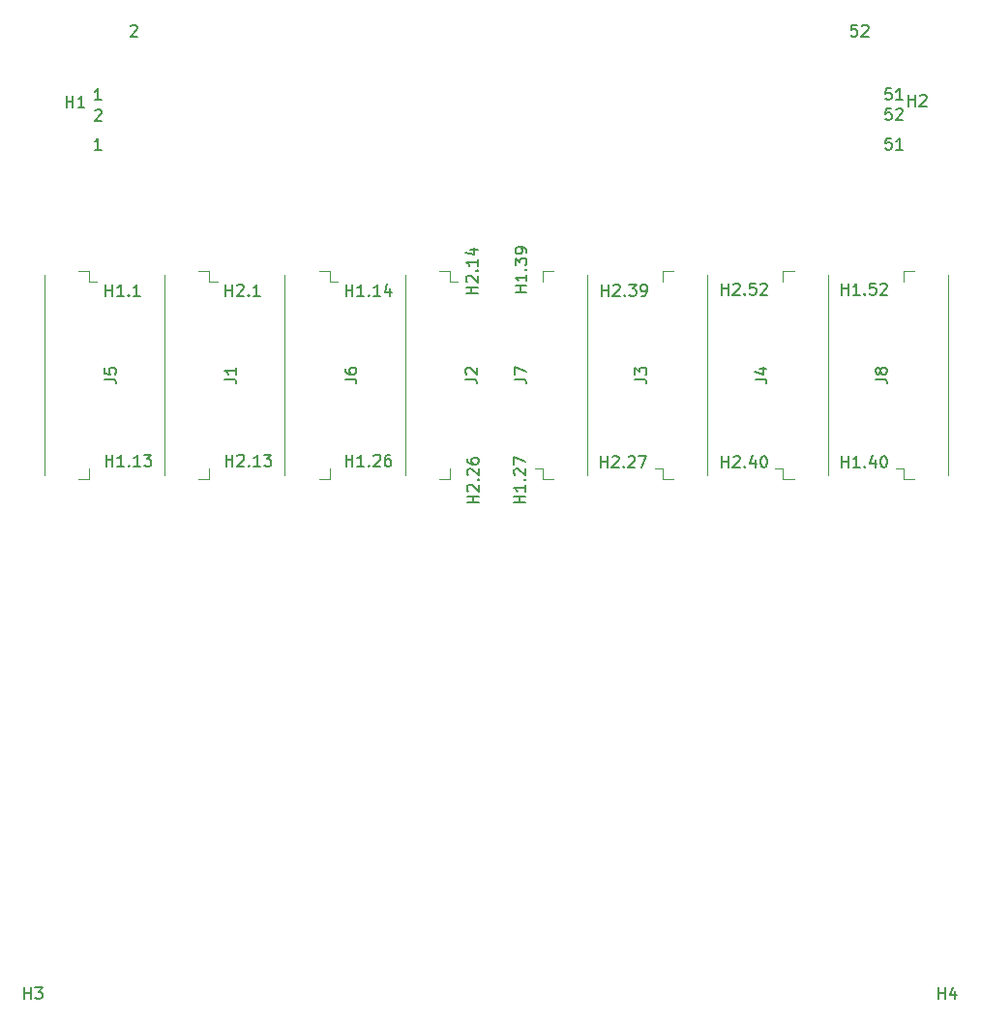
<source format=gto>
G04 #@! TF.GenerationSoftware,KiCad,Pcbnew,7.0.9-1.fc38*
G04 #@! TF.CreationDate,2023-11-17T02:46:57-03:00*
G04 #@! TF.ProjectId,pc104-adapter-bottom,70633130-342d-4616-9461-707465722d62,v2.1*
G04 #@! TF.SameCoordinates,Original*
G04 #@! TF.FileFunction,Legend,Top*
G04 #@! TF.FilePolarity,Positive*
%FSLAX46Y46*%
G04 Gerber Fmt 4.6, Leading zero omitted, Abs format (unit mm)*
G04 Created by KiCad (PCBNEW 7.0.9-1.fc38) date 2023-11-17 02:46:57*
%MOMM*%
%LPD*%
G01*
G04 APERTURE LIST*
%ADD10C,0.160000*%
%ADD11C,0.150000*%
%ADD12C,0.120000*%
G04 APERTURE END LIST*
D10*
X166747619Y-75054299D02*
X166747619Y-74054299D01*
X166747619Y-74530489D02*
X167319047Y-74530489D01*
X167319047Y-75054299D02*
X167319047Y-74054299D01*
X167747619Y-74149537D02*
X167795238Y-74101918D01*
X167795238Y-74101918D02*
X167890476Y-74054299D01*
X167890476Y-74054299D02*
X168128571Y-74054299D01*
X168128571Y-74054299D02*
X168223809Y-74101918D01*
X168223809Y-74101918D02*
X168271428Y-74149537D01*
X168271428Y-74149537D02*
X168319047Y-74244775D01*
X168319047Y-74244775D02*
X168319047Y-74340013D01*
X168319047Y-74340013D02*
X168271428Y-74482870D01*
X168271428Y-74482870D02*
X167700000Y-75054299D01*
X167700000Y-75054299D02*
X168319047Y-75054299D01*
X168747619Y-74959060D02*
X168795238Y-75006680D01*
X168795238Y-75006680D02*
X168747619Y-75054299D01*
X168747619Y-75054299D02*
X168700000Y-75006680D01*
X168700000Y-75006680D02*
X168747619Y-74959060D01*
X168747619Y-74959060D02*
X168747619Y-75054299D01*
X169699999Y-74054299D02*
X169223809Y-74054299D01*
X169223809Y-74054299D02*
X169176190Y-74530489D01*
X169176190Y-74530489D02*
X169223809Y-74482870D01*
X169223809Y-74482870D02*
X169319047Y-74435251D01*
X169319047Y-74435251D02*
X169557142Y-74435251D01*
X169557142Y-74435251D02*
X169652380Y-74482870D01*
X169652380Y-74482870D02*
X169699999Y-74530489D01*
X169699999Y-74530489D02*
X169747618Y-74625727D01*
X169747618Y-74625727D02*
X169747618Y-74863822D01*
X169747618Y-74863822D02*
X169699999Y-74959060D01*
X169699999Y-74959060D02*
X169652380Y-75006680D01*
X169652380Y-75006680D02*
X169557142Y-75054299D01*
X169557142Y-75054299D02*
X169319047Y-75054299D01*
X169319047Y-75054299D02*
X169223809Y-75006680D01*
X169223809Y-75006680D02*
X169176190Y-74959060D01*
X170128571Y-74149537D02*
X170176190Y-74101918D01*
X170176190Y-74101918D02*
X170271428Y-74054299D01*
X170271428Y-74054299D02*
X170509523Y-74054299D01*
X170509523Y-74054299D02*
X170604761Y-74101918D01*
X170604761Y-74101918D02*
X170652380Y-74149537D01*
X170652380Y-74149537D02*
X170699999Y-74244775D01*
X170699999Y-74244775D02*
X170699999Y-74340013D01*
X170699999Y-74340013D02*
X170652380Y-74482870D01*
X170652380Y-74482870D02*
X170080952Y-75054299D01*
X170080952Y-75054299D02*
X170699999Y-75054299D01*
X145354299Y-74952380D02*
X144354299Y-74952380D01*
X144830489Y-74952380D02*
X144830489Y-74380952D01*
X145354299Y-74380952D02*
X144354299Y-74380952D01*
X144449537Y-73952380D02*
X144401918Y-73904761D01*
X144401918Y-73904761D02*
X144354299Y-73809523D01*
X144354299Y-73809523D02*
X144354299Y-73571428D01*
X144354299Y-73571428D02*
X144401918Y-73476190D01*
X144401918Y-73476190D02*
X144449537Y-73428571D01*
X144449537Y-73428571D02*
X144544775Y-73380952D01*
X144544775Y-73380952D02*
X144640013Y-73380952D01*
X144640013Y-73380952D02*
X144782870Y-73428571D01*
X144782870Y-73428571D02*
X145354299Y-73999999D01*
X145354299Y-73999999D02*
X145354299Y-73380952D01*
X145259060Y-72952380D02*
X145306680Y-72904761D01*
X145306680Y-72904761D02*
X145354299Y-72952380D01*
X145354299Y-72952380D02*
X145306680Y-72999999D01*
X145306680Y-72999999D02*
X145259060Y-72952380D01*
X145259060Y-72952380D02*
X145354299Y-72952380D01*
X145354299Y-71952381D02*
X145354299Y-72523809D01*
X145354299Y-72238095D02*
X144354299Y-72238095D01*
X144354299Y-72238095D02*
X144497156Y-72333333D01*
X144497156Y-72333333D02*
X144592394Y-72428571D01*
X144592394Y-72428571D02*
X144640013Y-72523809D01*
X144687632Y-71095238D02*
X145354299Y-71095238D01*
X144306680Y-71333333D02*
X145020965Y-71571428D01*
X145020965Y-71571428D02*
X145020965Y-70952381D01*
X133847619Y-90054299D02*
X133847619Y-89054299D01*
X133847619Y-89530489D02*
X134419047Y-89530489D01*
X134419047Y-90054299D02*
X134419047Y-89054299D01*
X135419047Y-90054299D02*
X134847619Y-90054299D01*
X135133333Y-90054299D02*
X135133333Y-89054299D01*
X135133333Y-89054299D02*
X135038095Y-89197156D01*
X135038095Y-89197156D02*
X134942857Y-89292394D01*
X134942857Y-89292394D02*
X134847619Y-89340013D01*
X135847619Y-89959060D02*
X135895238Y-90006680D01*
X135895238Y-90006680D02*
X135847619Y-90054299D01*
X135847619Y-90054299D02*
X135800000Y-90006680D01*
X135800000Y-90006680D02*
X135847619Y-89959060D01*
X135847619Y-89959060D02*
X135847619Y-90054299D01*
X136276190Y-89149537D02*
X136323809Y-89101918D01*
X136323809Y-89101918D02*
X136419047Y-89054299D01*
X136419047Y-89054299D02*
X136657142Y-89054299D01*
X136657142Y-89054299D02*
X136752380Y-89101918D01*
X136752380Y-89101918D02*
X136799999Y-89149537D01*
X136799999Y-89149537D02*
X136847618Y-89244775D01*
X136847618Y-89244775D02*
X136847618Y-89340013D01*
X136847618Y-89340013D02*
X136799999Y-89482870D01*
X136799999Y-89482870D02*
X136228571Y-90054299D01*
X136228571Y-90054299D02*
X136847618Y-90054299D01*
X137704761Y-89054299D02*
X137514285Y-89054299D01*
X137514285Y-89054299D02*
X137419047Y-89101918D01*
X137419047Y-89101918D02*
X137371428Y-89149537D01*
X137371428Y-89149537D02*
X137276190Y-89292394D01*
X137276190Y-89292394D02*
X137228571Y-89482870D01*
X137228571Y-89482870D02*
X137228571Y-89863822D01*
X137228571Y-89863822D02*
X137276190Y-89959060D01*
X137276190Y-89959060D02*
X137323809Y-90006680D01*
X137323809Y-90006680D02*
X137419047Y-90054299D01*
X137419047Y-90054299D02*
X137609523Y-90054299D01*
X137609523Y-90054299D02*
X137704761Y-90006680D01*
X137704761Y-90006680D02*
X137752380Y-89959060D01*
X137752380Y-89959060D02*
X137799999Y-89863822D01*
X137799999Y-89863822D02*
X137799999Y-89625727D01*
X137799999Y-89625727D02*
X137752380Y-89530489D01*
X137752380Y-89530489D02*
X137704761Y-89482870D01*
X137704761Y-89482870D02*
X137609523Y-89435251D01*
X137609523Y-89435251D02*
X137419047Y-89435251D01*
X137419047Y-89435251D02*
X137323809Y-89482870D01*
X137323809Y-89482870D02*
X137276190Y-89530489D01*
X137276190Y-89530489D02*
X137228571Y-89625727D01*
X123347619Y-90054299D02*
X123347619Y-89054299D01*
X123347619Y-89530489D02*
X123919047Y-89530489D01*
X123919047Y-90054299D02*
X123919047Y-89054299D01*
X124347619Y-89149537D02*
X124395238Y-89101918D01*
X124395238Y-89101918D02*
X124490476Y-89054299D01*
X124490476Y-89054299D02*
X124728571Y-89054299D01*
X124728571Y-89054299D02*
X124823809Y-89101918D01*
X124823809Y-89101918D02*
X124871428Y-89149537D01*
X124871428Y-89149537D02*
X124919047Y-89244775D01*
X124919047Y-89244775D02*
X124919047Y-89340013D01*
X124919047Y-89340013D02*
X124871428Y-89482870D01*
X124871428Y-89482870D02*
X124300000Y-90054299D01*
X124300000Y-90054299D02*
X124919047Y-90054299D01*
X125347619Y-89959060D02*
X125395238Y-90006680D01*
X125395238Y-90006680D02*
X125347619Y-90054299D01*
X125347619Y-90054299D02*
X125300000Y-90006680D01*
X125300000Y-90006680D02*
X125347619Y-89959060D01*
X125347619Y-89959060D02*
X125347619Y-90054299D01*
X126347618Y-90054299D02*
X125776190Y-90054299D01*
X126061904Y-90054299D02*
X126061904Y-89054299D01*
X126061904Y-89054299D02*
X125966666Y-89197156D01*
X125966666Y-89197156D02*
X125871428Y-89292394D01*
X125871428Y-89292394D02*
X125776190Y-89340013D01*
X126680952Y-89054299D02*
X127299999Y-89054299D01*
X127299999Y-89054299D02*
X126966666Y-89435251D01*
X126966666Y-89435251D02*
X127109523Y-89435251D01*
X127109523Y-89435251D02*
X127204761Y-89482870D01*
X127204761Y-89482870D02*
X127252380Y-89530489D01*
X127252380Y-89530489D02*
X127299999Y-89625727D01*
X127299999Y-89625727D02*
X127299999Y-89863822D01*
X127299999Y-89863822D02*
X127252380Y-89959060D01*
X127252380Y-89959060D02*
X127204761Y-90006680D01*
X127204761Y-90006680D02*
X127109523Y-90054299D01*
X127109523Y-90054299D02*
X126823809Y-90054299D01*
X126823809Y-90054299D02*
X126728571Y-90006680D01*
X126728571Y-90006680D02*
X126680952Y-89959060D01*
X149554299Y-93252380D02*
X148554299Y-93252380D01*
X149030489Y-93252380D02*
X149030489Y-92680952D01*
X149554299Y-92680952D02*
X148554299Y-92680952D01*
X149554299Y-91680952D02*
X149554299Y-92252380D01*
X149554299Y-91966666D02*
X148554299Y-91966666D01*
X148554299Y-91966666D02*
X148697156Y-92061904D01*
X148697156Y-92061904D02*
X148792394Y-92157142D01*
X148792394Y-92157142D02*
X148840013Y-92252380D01*
X149459060Y-91252380D02*
X149506680Y-91204761D01*
X149506680Y-91204761D02*
X149554299Y-91252380D01*
X149554299Y-91252380D02*
X149506680Y-91299999D01*
X149506680Y-91299999D02*
X149459060Y-91252380D01*
X149459060Y-91252380D02*
X149554299Y-91252380D01*
X148649537Y-90823809D02*
X148601918Y-90776190D01*
X148601918Y-90776190D02*
X148554299Y-90680952D01*
X148554299Y-90680952D02*
X148554299Y-90442857D01*
X148554299Y-90442857D02*
X148601918Y-90347619D01*
X148601918Y-90347619D02*
X148649537Y-90300000D01*
X148649537Y-90300000D02*
X148744775Y-90252381D01*
X148744775Y-90252381D02*
X148840013Y-90252381D01*
X148840013Y-90252381D02*
X148982870Y-90300000D01*
X148982870Y-90300000D02*
X149554299Y-90871428D01*
X149554299Y-90871428D02*
X149554299Y-90252381D01*
X148554299Y-89919047D02*
X148554299Y-89252381D01*
X148554299Y-89252381D02*
X149554299Y-89680952D01*
X156247619Y-75154299D02*
X156247619Y-74154299D01*
X156247619Y-74630489D02*
X156819047Y-74630489D01*
X156819047Y-75154299D02*
X156819047Y-74154299D01*
X157247619Y-74249537D02*
X157295238Y-74201918D01*
X157295238Y-74201918D02*
X157390476Y-74154299D01*
X157390476Y-74154299D02*
X157628571Y-74154299D01*
X157628571Y-74154299D02*
X157723809Y-74201918D01*
X157723809Y-74201918D02*
X157771428Y-74249537D01*
X157771428Y-74249537D02*
X157819047Y-74344775D01*
X157819047Y-74344775D02*
X157819047Y-74440013D01*
X157819047Y-74440013D02*
X157771428Y-74582870D01*
X157771428Y-74582870D02*
X157200000Y-75154299D01*
X157200000Y-75154299D02*
X157819047Y-75154299D01*
X158247619Y-75059060D02*
X158295238Y-75106680D01*
X158295238Y-75106680D02*
X158247619Y-75154299D01*
X158247619Y-75154299D02*
X158200000Y-75106680D01*
X158200000Y-75106680D02*
X158247619Y-75059060D01*
X158247619Y-75059060D02*
X158247619Y-75154299D01*
X158628571Y-74154299D02*
X159247618Y-74154299D01*
X159247618Y-74154299D02*
X158914285Y-74535251D01*
X158914285Y-74535251D02*
X159057142Y-74535251D01*
X159057142Y-74535251D02*
X159152380Y-74582870D01*
X159152380Y-74582870D02*
X159199999Y-74630489D01*
X159199999Y-74630489D02*
X159247618Y-74725727D01*
X159247618Y-74725727D02*
X159247618Y-74963822D01*
X159247618Y-74963822D02*
X159199999Y-75059060D01*
X159199999Y-75059060D02*
X159152380Y-75106680D01*
X159152380Y-75106680D02*
X159057142Y-75154299D01*
X159057142Y-75154299D02*
X158771428Y-75154299D01*
X158771428Y-75154299D02*
X158676190Y-75106680D01*
X158676190Y-75106680D02*
X158628571Y-75059060D01*
X159723809Y-75154299D02*
X159914285Y-75154299D01*
X159914285Y-75154299D02*
X160009523Y-75106680D01*
X160009523Y-75106680D02*
X160057142Y-75059060D01*
X160057142Y-75059060D02*
X160152380Y-74916203D01*
X160152380Y-74916203D02*
X160199999Y-74725727D01*
X160199999Y-74725727D02*
X160199999Y-74344775D01*
X160199999Y-74344775D02*
X160152380Y-74249537D01*
X160152380Y-74249537D02*
X160104761Y-74201918D01*
X160104761Y-74201918D02*
X160009523Y-74154299D01*
X160009523Y-74154299D02*
X159819047Y-74154299D01*
X159819047Y-74154299D02*
X159723809Y-74201918D01*
X159723809Y-74201918D02*
X159676190Y-74249537D01*
X159676190Y-74249537D02*
X159628571Y-74344775D01*
X159628571Y-74344775D02*
X159628571Y-74582870D01*
X159628571Y-74582870D02*
X159676190Y-74678108D01*
X159676190Y-74678108D02*
X159723809Y-74725727D01*
X159723809Y-74725727D02*
X159819047Y-74773346D01*
X159819047Y-74773346D02*
X160009523Y-74773346D01*
X160009523Y-74773346D02*
X160104761Y-74725727D01*
X160104761Y-74725727D02*
X160152380Y-74678108D01*
X160152380Y-74678108D02*
X160199999Y-74582870D01*
X112823810Y-75154299D02*
X112823810Y-74154299D01*
X112823810Y-74630489D02*
X113395238Y-74630489D01*
X113395238Y-75154299D02*
X113395238Y-74154299D01*
X114395238Y-75154299D02*
X113823810Y-75154299D01*
X114109524Y-75154299D02*
X114109524Y-74154299D01*
X114109524Y-74154299D02*
X114014286Y-74297156D01*
X114014286Y-74297156D02*
X113919048Y-74392394D01*
X113919048Y-74392394D02*
X113823810Y-74440013D01*
X114823810Y-75059060D02*
X114871429Y-75106680D01*
X114871429Y-75106680D02*
X114823810Y-75154299D01*
X114823810Y-75154299D02*
X114776191Y-75106680D01*
X114776191Y-75106680D02*
X114823810Y-75059060D01*
X114823810Y-75059060D02*
X114823810Y-75154299D01*
X115823809Y-75154299D02*
X115252381Y-75154299D01*
X115538095Y-75154299D02*
X115538095Y-74154299D01*
X115538095Y-74154299D02*
X115442857Y-74297156D01*
X115442857Y-74297156D02*
X115347619Y-74392394D01*
X115347619Y-74392394D02*
X115252381Y-74440013D01*
X177247619Y-90154299D02*
X177247619Y-89154299D01*
X177247619Y-89630489D02*
X177819047Y-89630489D01*
X177819047Y-90154299D02*
X177819047Y-89154299D01*
X178819047Y-90154299D02*
X178247619Y-90154299D01*
X178533333Y-90154299D02*
X178533333Y-89154299D01*
X178533333Y-89154299D02*
X178438095Y-89297156D01*
X178438095Y-89297156D02*
X178342857Y-89392394D01*
X178342857Y-89392394D02*
X178247619Y-89440013D01*
X179247619Y-90059060D02*
X179295238Y-90106680D01*
X179295238Y-90106680D02*
X179247619Y-90154299D01*
X179247619Y-90154299D02*
X179200000Y-90106680D01*
X179200000Y-90106680D02*
X179247619Y-90059060D01*
X179247619Y-90059060D02*
X179247619Y-90154299D01*
X180152380Y-89487632D02*
X180152380Y-90154299D01*
X179914285Y-89106680D02*
X179676190Y-89820965D01*
X179676190Y-89820965D02*
X180295237Y-89820965D01*
X180866666Y-89154299D02*
X180961904Y-89154299D01*
X180961904Y-89154299D02*
X181057142Y-89201918D01*
X181057142Y-89201918D02*
X181104761Y-89249537D01*
X181104761Y-89249537D02*
X181152380Y-89344775D01*
X181152380Y-89344775D02*
X181199999Y-89535251D01*
X181199999Y-89535251D02*
X181199999Y-89773346D01*
X181199999Y-89773346D02*
X181152380Y-89963822D01*
X181152380Y-89963822D02*
X181104761Y-90059060D01*
X181104761Y-90059060D02*
X181057142Y-90106680D01*
X181057142Y-90106680D02*
X180961904Y-90154299D01*
X180961904Y-90154299D02*
X180866666Y-90154299D01*
X180866666Y-90154299D02*
X180771428Y-90106680D01*
X180771428Y-90106680D02*
X180723809Y-90059060D01*
X180723809Y-90059060D02*
X180676190Y-89963822D01*
X180676190Y-89963822D02*
X180628571Y-89773346D01*
X180628571Y-89773346D02*
X180628571Y-89535251D01*
X180628571Y-89535251D02*
X180676190Y-89344775D01*
X180676190Y-89344775D02*
X180723809Y-89249537D01*
X180723809Y-89249537D02*
X180771428Y-89201918D01*
X180771428Y-89201918D02*
X180866666Y-89154299D01*
X112847619Y-90054299D02*
X112847619Y-89054299D01*
X112847619Y-89530489D02*
X113419047Y-89530489D01*
X113419047Y-90054299D02*
X113419047Y-89054299D01*
X114419047Y-90054299D02*
X113847619Y-90054299D01*
X114133333Y-90054299D02*
X114133333Y-89054299D01*
X114133333Y-89054299D02*
X114038095Y-89197156D01*
X114038095Y-89197156D02*
X113942857Y-89292394D01*
X113942857Y-89292394D02*
X113847619Y-89340013D01*
X114847619Y-89959060D02*
X114895238Y-90006680D01*
X114895238Y-90006680D02*
X114847619Y-90054299D01*
X114847619Y-90054299D02*
X114800000Y-90006680D01*
X114800000Y-90006680D02*
X114847619Y-89959060D01*
X114847619Y-89959060D02*
X114847619Y-90054299D01*
X115847618Y-90054299D02*
X115276190Y-90054299D01*
X115561904Y-90054299D02*
X115561904Y-89054299D01*
X115561904Y-89054299D02*
X115466666Y-89197156D01*
X115466666Y-89197156D02*
X115371428Y-89292394D01*
X115371428Y-89292394D02*
X115276190Y-89340013D01*
X116180952Y-89054299D02*
X116799999Y-89054299D01*
X116799999Y-89054299D02*
X116466666Y-89435251D01*
X116466666Y-89435251D02*
X116609523Y-89435251D01*
X116609523Y-89435251D02*
X116704761Y-89482870D01*
X116704761Y-89482870D02*
X116752380Y-89530489D01*
X116752380Y-89530489D02*
X116799999Y-89625727D01*
X116799999Y-89625727D02*
X116799999Y-89863822D01*
X116799999Y-89863822D02*
X116752380Y-89959060D01*
X116752380Y-89959060D02*
X116704761Y-90006680D01*
X116704761Y-90006680D02*
X116609523Y-90054299D01*
X116609523Y-90054299D02*
X116323809Y-90054299D01*
X116323809Y-90054299D02*
X116228571Y-90006680D01*
X116228571Y-90006680D02*
X116180952Y-89959060D01*
X149654299Y-74852380D02*
X148654299Y-74852380D01*
X149130489Y-74852380D02*
X149130489Y-74280952D01*
X149654299Y-74280952D02*
X148654299Y-74280952D01*
X149654299Y-73280952D02*
X149654299Y-73852380D01*
X149654299Y-73566666D02*
X148654299Y-73566666D01*
X148654299Y-73566666D02*
X148797156Y-73661904D01*
X148797156Y-73661904D02*
X148892394Y-73757142D01*
X148892394Y-73757142D02*
X148940013Y-73852380D01*
X149559060Y-72852380D02*
X149606680Y-72804761D01*
X149606680Y-72804761D02*
X149654299Y-72852380D01*
X149654299Y-72852380D02*
X149606680Y-72899999D01*
X149606680Y-72899999D02*
X149559060Y-72852380D01*
X149559060Y-72852380D02*
X149654299Y-72852380D01*
X148654299Y-72471428D02*
X148654299Y-71852381D01*
X148654299Y-71852381D02*
X149035251Y-72185714D01*
X149035251Y-72185714D02*
X149035251Y-72042857D01*
X149035251Y-72042857D02*
X149082870Y-71947619D01*
X149082870Y-71947619D02*
X149130489Y-71900000D01*
X149130489Y-71900000D02*
X149225727Y-71852381D01*
X149225727Y-71852381D02*
X149463822Y-71852381D01*
X149463822Y-71852381D02*
X149559060Y-71900000D01*
X149559060Y-71900000D02*
X149606680Y-71947619D01*
X149606680Y-71947619D02*
X149654299Y-72042857D01*
X149654299Y-72042857D02*
X149654299Y-72328571D01*
X149654299Y-72328571D02*
X149606680Y-72423809D01*
X149606680Y-72423809D02*
X149559060Y-72471428D01*
X149654299Y-71376190D02*
X149654299Y-71185714D01*
X149654299Y-71185714D02*
X149606680Y-71090476D01*
X149606680Y-71090476D02*
X149559060Y-71042857D01*
X149559060Y-71042857D02*
X149416203Y-70947619D01*
X149416203Y-70947619D02*
X149225727Y-70900000D01*
X149225727Y-70900000D02*
X148844775Y-70900000D01*
X148844775Y-70900000D02*
X148749537Y-70947619D01*
X148749537Y-70947619D02*
X148701918Y-70995238D01*
X148701918Y-70995238D02*
X148654299Y-71090476D01*
X148654299Y-71090476D02*
X148654299Y-71280952D01*
X148654299Y-71280952D02*
X148701918Y-71376190D01*
X148701918Y-71376190D02*
X148749537Y-71423809D01*
X148749537Y-71423809D02*
X148844775Y-71471428D01*
X148844775Y-71471428D02*
X149082870Y-71471428D01*
X149082870Y-71471428D02*
X149178108Y-71423809D01*
X149178108Y-71423809D02*
X149225727Y-71376190D01*
X149225727Y-71376190D02*
X149273346Y-71280952D01*
X149273346Y-71280952D02*
X149273346Y-71090476D01*
X149273346Y-71090476D02*
X149225727Y-70995238D01*
X149225727Y-70995238D02*
X149178108Y-70947619D01*
X149178108Y-70947619D02*
X149082870Y-70900000D01*
X166747619Y-90154299D02*
X166747619Y-89154299D01*
X166747619Y-89630489D02*
X167319047Y-89630489D01*
X167319047Y-90154299D02*
X167319047Y-89154299D01*
X167747619Y-89249537D02*
X167795238Y-89201918D01*
X167795238Y-89201918D02*
X167890476Y-89154299D01*
X167890476Y-89154299D02*
X168128571Y-89154299D01*
X168128571Y-89154299D02*
X168223809Y-89201918D01*
X168223809Y-89201918D02*
X168271428Y-89249537D01*
X168271428Y-89249537D02*
X168319047Y-89344775D01*
X168319047Y-89344775D02*
X168319047Y-89440013D01*
X168319047Y-89440013D02*
X168271428Y-89582870D01*
X168271428Y-89582870D02*
X167700000Y-90154299D01*
X167700000Y-90154299D02*
X168319047Y-90154299D01*
X168747619Y-90059060D02*
X168795238Y-90106680D01*
X168795238Y-90106680D02*
X168747619Y-90154299D01*
X168747619Y-90154299D02*
X168700000Y-90106680D01*
X168700000Y-90106680D02*
X168747619Y-90059060D01*
X168747619Y-90059060D02*
X168747619Y-90154299D01*
X169652380Y-89487632D02*
X169652380Y-90154299D01*
X169414285Y-89106680D02*
X169176190Y-89820965D01*
X169176190Y-89820965D02*
X169795237Y-89820965D01*
X170366666Y-89154299D02*
X170461904Y-89154299D01*
X170461904Y-89154299D02*
X170557142Y-89201918D01*
X170557142Y-89201918D02*
X170604761Y-89249537D01*
X170604761Y-89249537D02*
X170652380Y-89344775D01*
X170652380Y-89344775D02*
X170699999Y-89535251D01*
X170699999Y-89535251D02*
X170699999Y-89773346D01*
X170699999Y-89773346D02*
X170652380Y-89963822D01*
X170652380Y-89963822D02*
X170604761Y-90059060D01*
X170604761Y-90059060D02*
X170557142Y-90106680D01*
X170557142Y-90106680D02*
X170461904Y-90154299D01*
X170461904Y-90154299D02*
X170366666Y-90154299D01*
X170366666Y-90154299D02*
X170271428Y-90106680D01*
X170271428Y-90106680D02*
X170223809Y-90059060D01*
X170223809Y-90059060D02*
X170176190Y-89963822D01*
X170176190Y-89963822D02*
X170128571Y-89773346D01*
X170128571Y-89773346D02*
X170128571Y-89535251D01*
X170128571Y-89535251D02*
X170176190Y-89344775D01*
X170176190Y-89344775D02*
X170223809Y-89249537D01*
X170223809Y-89249537D02*
X170271428Y-89201918D01*
X170271428Y-89201918D02*
X170366666Y-89154299D01*
X123323810Y-75154299D02*
X123323810Y-74154299D01*
X123323810Y-74630489D02*
X123895238Y-74630489D01*
X123895238Y-75154299D02*
X123895238Y-74154299D01*
X124323810Y-74249537D02*
X124371429Y-74201918D01*
X124371429Y-74201918D02*
X124466667Y-74154299D01*
X124466667Y-74154299D02*
X124704762Y-74154299D01*
X124704762Y-74154299D02*
X124800000Y-74201918D01*
X124800000Y-74201918D02*
X124847619Y-74249537D01*
X124847619Y-74249537D02*
X124895238Y-74344775D01*
X124895238Y-74344775D02*
X124895238Y-74440013D01*
X124895238Y-74440013D02*
X124847619Y-74582870D01*
X124847619Y-74582870D02*
X124276191Y-75154299D01*
X124276191Y-75154299D02*
X124895238Y-75154299D01*
X125323810Y-75059060D02*
X125371429Y-75106680D01*
X125371429Y-75106680D02*
X125323810Y-75154299D01*
X125323810Y-75154299D02*
X125276191Y-75106680D01*
X125276191Y-75106680D02*
X125323810Y-75059060D01*
X125323810Y-75059060D02*
X125323810Y-75154299D01*
X126323809Y-75154299D02*
X125752381Y-75154299D01*
X126038095Y-75154299D02*
X126038095Y-74154299D01*
X126038095Y-74154299D02*
X125942857Y-74297156D01*
X125942857Y-74297156D02*
X125847619Y-74392394D01*
X125847619Y-74392394D02*
X125752381Y-74440013D01*
X156147619Y-90154299D02*
X156147619Y-89154299D01*
X156147619Y-89630489D02*
X156719047Y-89630489D01*
X156719047Y-90154299D02*
X156719047Y-89154299D01*
X157147619Y-89249537D02*
X157195238Y-89201918D01*
X157195238Y-89201918D02*
X157290476Y-89154299D01*
X157290476Y-89154299D02*
X157528571Y-89154299D01*
X157528571Y-89154299D02*
X157623809Y-89201918D01*
X157623809Y-89201918D02*
X157671428Y-89249537D01*
X157671428Y-89249537D02*
X157719047Y-89344775D01*
X157719047Y-89344775D02*
X157719047Y-89440013D01*
X157719047Y-89440013D02*
X157671428Y-89582870D01*
X157671428Y-89582870D02*
X157100000Y-90154299D01*
X157100000Y-90154299D02*
X157719047Y-90154299D01*
X158147619Y-90059060D02*
X158195238Y-90106680D01*
X158195238Y-90106680D02*
X158147619Y-90154299D01*
X158147619Y-90154299D02*
X158100000Y-90106680D01*
X158100000Y-90106680D02*
X158147619Y-90059060D01*
X158147619Y-90059060D02*
X158147619Y-90154299D01*
X158576190Y-89249537D02*
X158623809Y-89201918D01*
X158623809Y-89201918D02*
X158719047Y-89154299D01*
X158719047Y-89154299D02*
X158957142Y-89154299D01*
X158957142Y-89154299D02*
X159052380Y-89201918D01*
X159052380Y-89201918D02*
X159099999Y-89249537D01*
X159099999Y-89249537D02*
X159147618Y-89344775D01*
X159147618Y-89344775D02*
X159147618Y-89440013D01*
X159147618Y-89440013D02*
X159099999Y-89582870D01*
X159099999Y-89582870D02*
X158528571Y-90154299D01*
X158528571Y-90154299D02*
X159147618Y-90154299D01*
X159480952Y-89154299D02*
X160147618Y-89154299D01*
X160147618Y-89154299D02*
X159719047Y-90154299D01*
X177247619Y-75054299D02*
X177247619Y-74054299D01*
X177247619Y-74530489D02*
X177819047Y-74530489D01*
X177819047Y-75054299D02*
X177819047Y-74054299D01*
X178819047Y-75054299D02*
X178247619Y-75054299D01*
X178533333Y-75054299D02*
X178533333Y-74054299D01*
X178533333Y-74054299D02*
X178438095Y-74197156D01*
X178438095Y-74197156D02*
X178342857Y-74292394D01*
X178342857Y-74292394D02*
X178247619Y-74340013D01*
X179247619Y-74959060D02*
X179295238Y-75006680D01*
X179295238Y-75006680D02*
X179247619Y-75054299D01*
X179247619Y-75054299D02*
X179200000Y-75006680D01*
X179200000Y-75006680D02*
X179247619Y-74959060D01*
X179247619Y-74959060D02*
X179247619Y-75054299D01*
X180199999Y-74054299D02*
X179723809Y-74054299D01*
X179723809Y-74054299D02*
X179676190Y-74530489D01*
X179676190Y-74530489D02*
X179723809Y-74482870D01*
X179723809Y-74482870D02*
X179819047Y-74435251D01*
X179819047Y-74435251D02*
X180057142Y-74435251D01*
X180057142Y-74435251D02*
X180152380Y-74482870D01*
X180152380Y-74482870D02*
X180199999Y-74530489D01*
X180199999Y-74530489D02*
X180247618Y-74625727D01*
X180247618Y-74625727D02*
X180247618Y-74863822D01*
X180247618Y-74863822D02*
X180199999Y-74959060D01*
X180199999Y-74959060D02*
X180152380Y-75006680D01*
X180152380Y-75006680D02*
X180057142Y-75054299D01*
X180057142Y-75054299D02*
X179819047Y-75054299D01*
X179819047Y-75054299D02*
X179723809Y-75006680D01*
X179723809Y-75006680D02*
X179676190Y-74959060D01*
X180628571Y-74149537D02*
X180676190Y-74101918D01*
X180676190Y-74101918D02*
X180771428Y-74054299D01*
X180771428Y-74054299D02*
X181009523Y-74054299D01*
X181009523Y-74054299D02*
X181104761Y-74101918D01*
X181104761Y-74101918D02*
X181152380Y-74149537D01*
X181152380Y-74149537D02*
X181199999Y-74244775D01*
X181199999Y-74244775D02*
X181199999Y-74340013D01*
X181199999Y-74340013D02*
X181152380Y-74482870D01*
X181152380Y-74482870D02*
X180580952Y-75054299D01*
X180580952Y-75054299D02*
X181199999Y-75054299D01*
X133847619Y-75154299D02*
X133847619Y-74154299D01*
X133847619Y-74630489D02*
X134419047Y-74630489D01*
X134419047Y-75154299D02*
X134419047Y-74154299D01*
X135419047Y-75154299D02*
X134847619Y-75154299D01*
X135133333Y-75154299D02*
X135133333Y-74154299D01*
X135133333Y-74154299D02*
X135038095Y-74297156D01*
X135038095Y-74297156D02*
X134942857Y-74392394D01*
X134942857Y-74392394D02*
X134847619Y-74440013D01*
X135847619Y-75059060D02*
X135895238Y-75106680D01*
X135895238Y-75106680D02*
X135847619Y-75154299D01*
X135847619Y-75154299D02*
X135800000Y-75106680D01*
X135800000Y-75106680D02*
X135847619Y-75059060D01*
X135847619Y-75059060D02*
X135847619Y-75154299D01*
X136847618Y-75154299D02*
X136276190Y-75154299D01*
X136561904Y-75154299D02*
X136561904Y-74154299D01*
X136561904Y-74154299D02*
X136466666Y-74297156D01*
X136466666Y-74297156D02*
X136371428Y-74392394D01*
X136371428Y-74392394D02*
X136276190Y-74440013D01*
X137704761Y-74487632D02*
X137704761Y-75154299D01*
X137466666Y-74106680D02*
X137228571Y-74820965D01*
X137228571Y-74820965D02*
X137847618Y-74820965D01*
X145454299Y-93252380D02*
X144454299Y-93252380D01*
X144930489Y-93252380D02*
X144930489Y-92680952D01*
X145454299Y-92680952D02*
X144454299Y-92680952D01*
X144549537Y-92252380D02*
X144501918Y-92204761D01*
X144501918Y-92204761D02*
X144454299Y-92109523D01*
X144454299Y-92109523D02*
X144454299Y-91871428D01*
X144454299Y-91871428D02*
X144501918Y-91776190D01*
X144501918Y-91776190D02*
X144549537Y-91728571D01*
X144549537Y-91728571D02*
X144644775Y-91680952D01*
X144644775Y-91680952D02*
X144740013Y-91680952D01*
X144740013Y-91680952D02*
X144882870Y-91728571D01*
X144882870Y-91728571D02*
X145454299Y-92299999D01*
X145454299Y-92299999D02*
X145454299Y-91680952D01*
X145359060Y-91252380D02*
X145406680Y-91204761D01*
X145406680Y-91204761D02*
X145454299Y-91252380D01*
X145454299Y-91252380D02*
X145406680Y-91299999D01*
X145406680Y-91299999D02*
X145359060Y-91252380D01*
X145359060Y-91252380D02*
X145454299Y-91252380D01*
X144549537Y-90823809D02*
X144501918Y-90776190D01*
X144501918Y-90776190D02*
X144454299Y-90680952D01*
X144454299Y-90680952D02*
X144454299Y-90442857D01*
X144454299Y-90442857D02*
X144501918Y-90347619D01*
X144501918Y-90347619D02*
X144549537Y-90300000D01*
X144549537Y-90300000D02*
X144644775Y-90252381D01*
X144644775Y-90252381D02*
X144740013Y-90252381D01*
X144740013Y-90252381D02*
X144882870Y-90300000D01*
X144882870Y-90300000D02*
X145454299Y-90871428D01*
X145454299Y-90871428D02*
X145454299Y-90252381D01*
X144454299Y-89395238D02*
X144454299Y-89585714D01*
X144454299Y-89585714D02*
X144501918Y-89680952D01*
X144501918Y-89680952D02*
X144549537Y-89728571D01*
X144549537Y-89728571D02*
X144692394Y-89823809D01*
X144692394Y-89823809D02*
X144882870Y-89871428D01*
X144882870Y-89871428D02*
X145263822Y-89871428D01*
X145263822Y-89871428D02*
X145359060Y-89823809D01*
X145359060Y-89823809D02*
X145406680Y-89776190D01*
X145406680Y-89776190D02*
X145454299Y-89680952D01*
X145454299Y-89680952D02*
X145454299Y-89490476D01*
X145454299Y-89490476D02*
X145406680Y-89395238D01*
X145406680Y-89395238D02*
X145359060Y-89347619D01*
X145359060Y-89347619D02*
X145263822Y-89300000D01*
X145263822Y-89300000D02*
X145025727Y-89300000D01*
X145025727Y-89300000D02*
X144930489Y-89347619D01*
X144930489Y-89347619D02*
X144882870Y-89395238D01*
X144882870Y-89395238D02*
X144835251Y-89490476D01*
X144835251Y-89490476D02*
X144835251Y-89680952D01*
X144835251Y-89680952D02*
X144882870Y-89776190D01*
X144882870Y-89776190D02*
X144930489Y-89823809D01*
X144930489Y-89823809D02*
X145025727Y-89871428D01*
D11*
X109388095Y-58654819D02*
X109388095Y-57654819D01*
X109388095Y-58131009D02*
X109959523Y-58131009D01*
X109959523Y-58654819D02*
X109959523Y-57654819D01*
X110959523Y-58654819D02*
X110388095Y-58654819D01*
X110673809Y-58654819D02*
X110673809Y-57654819D01*
X110673809Y-57654819D02*
X110578571Y-57797676D01*
X110578571Y-57797676D02*
X110483333Y-57892914D01*
X110483333Y-57892914D02*
X110388095Y-57940533D01*
X183088095Y-58554819D02*
X183088095Y-57554819D01*
X183088095Y-58031009D02*
X183659523Y-58031009D01*
X183659523Y-58554819D02*
X183659523Y-57554819D01*
X184088095Y-57650057D02*
X184135714Y-57602438D01*
X184135714Y-57602438D02*
X184230952Y-57554819D01*
X184230952Y-57554819D02*
X184469047Y-57554819D01*
X184469047Y-57554819D02*
X184564285Y-57602438D01*
X184564285Y-57602438D02*
X184611904Y-57650057D01*
X184611904Y-57650057D02*
X184659523Y-57745295D01*
X184659523Y-57745295D02*
X184659523Y-57840533D01*
X184659523Y-57840533D02*
X184611904Y-57983390D01*
X184611904Y-57983390D02*
X184040476Y-58554819D01*
X184040476Y-58554819D02*
X184659523Y-58554819D01*
X123239819Y-82433333D02*
X123954104Y-82433333D01*
X123954104Y-82433333D02*
X124096961Y-82480952D01*
X124096961Y-82480952D02*
X124192200Y-82576190D01*
X124192200Y-82576190D02*
X124239819Y-82719047D01*
X124239819Y-82719047D02*
X124239819Y-82814285D01*
X124239819Y-81433333D02*
X124239819Y-82004761D01*
X124239819Y-81719047D02*
X123239819Y-81719047D01*
X123239819Y-81719047D02*
X123382676Y-81814285D01*
X123382676Y-81814285D02*
X123477914Y-81909523D01*
X123477914Y-81909523D02*
X123525533Y-82004761D01*
X144288819Y-82433333D02*
X145003104Y-82433333D01*
X145003104Y-82433333D02*
X145145961Y-82480952D01*
X145145961Y-82480952D02*
X145241200Y-82576190D01*
X145241200Y-82576190D02*
X145288819Y-82719047D01*
X145288819Y-82719047D02*
X145288819Y-82814285D01*
X144384057Y-82004761D02*
X144336438Y-81957142D01*
X144336438Y-81957142D02*
X144288819Y-81861904D01*
X144288819Y-81861904D02*
X144288819Y-81623809D01*
X144288819Y-81623809D02*
X144336438Y-81528571D01*
X144336438Y-81528571D02*
X144384057Y-81480952D01*
X144384057Y-81480952D02*
X144479295Y-81433333D01*
X144479295Y-81433333D02*
X144574533Y-81433333D01*
X144574533Y-81433333D02*
X144717390Y-81480952D01*
X144717390Y-81480952D02*
X145288819Y-82052380D01*
X145288819Y-82052380D02*
X145288819Y-81433333D01*
X159137819Y-82433333D02*
X159852104Y-82433333D01*
X159852104Y-82433333D02*
X159994961Y-82480952D01*
X159994961Y-82480952D02*
X160090200Y-82576190D01*
X160090200Y-82576190D02*
X160137819Y-82719047D01*
X160137819Y-82719047D02*
X160137819Y-82814285D01*
X159137819Y-82052380D02*
X159137819Y-81433333D01*
X159137819Y-81433333D02*
X159518771Y-81766666D01*
X159518771Y-81766666D02*
X159518771Y-81623809D01*
X159518771Y-81623809D02*
X159566390Y-81528571D01*
X159566390Y-81528571D02*
X159614009Y-81480952D01*
X159614009Y-81480952D02*
X159709247Y-81433333D01*
X159709247Y-81433333D02*
X159947342Y-81433333D01*
X159947342Y-81433333D02*
X160042580Y-81480952D01*
X160042580Y-81480952D02*
X160090200Y-81528571D01*
X160090200Y-81528571D02*
X160137819Y-81623809D01*
X160137819Y-81623809D02*
X160137819Y-81909523D01*
X160137819Y-81909523D02*
X160090200Y-82004761D01*
X160090200Y-82004761D02*
X160042580Y-82052380D01*
X169662819Y-82433333D02*
X170377104Y-82433333D01*
X170377104Y-82433333D02*
X170519961Y-82480952D01*
X170519961Y-82480952D02*
X170615200Y-82576190D01*
X170615200Y-82576190D02*
X170662819Y-82719047D01*
X170662819Y-82719047D02*
X170662819Y-82814285D01*
X169996152Y-81528571D02*
X170662819Y-81528571D01*
X169615200Y-81766666D02*
X170329485Y-82004761D01*
X170329485Y-82004761D02*
X170329485Y-81385714D01*
X112714819Y-82433333D02*
X113429104Y-82433333D01*
X113429104Y-82433333D02*
X113571961Y-82480952D01*
X113571961Y-82480952D02*
X113667200Y-82576190D01*
X113667200Y-82576190D02*
X113714819Y-82719047D01*
X113714819Y-82719047D02*
X113714819Y-82814285D01*
X112714819Y-81480952D02*
X112714819Y-81957142D01*
X112714819Y-81957142D02*
X113191009Y-82004761D01*
X113191009Y-82004761D02*
X113143390Y-81957142D01*
X113143390Y-81957142D02*
X113095771Y-81861904D01*
X113095771Y-81861904D02*
X113095771Y-81623809D01*
X113095771Y-81623809D02*
X113143390Y-81528571D01*
X113143390Y-81528571D02*
X113191009Y-81480952D01*
X113191009Y-81480952D02*
X113286247Y-81433333D01*
X113286247Y-81433333D02*
X113524342Y-81433333D01*
X113524342Y-81433333D02*
X113619580Y-81480952D01*
X113619580Y-81480952D02*
X113667200Y-81528571D01*
X113667200Y-81528571D02*
X113714819Y-81623809D01*
X113714819Y-81623809D02*
X113714819Y-81861904D01*
X113714819Y-81861904D02*
X113667200Y-81957142D01*
X113667200Y-81957142D02*
X113619580Y-82004761D01*
X133763819Y-82433333D02*
X134478104Y-82433333D01*
X134478104Y-82433333D02*
X134620961Y-82480952D01*
X134620961Y-82480952D02*
X134716200Y-82576190D01*
X134716200Y-82576190D02*
X134763819Y-82719047D01*
X134763819Y-82719047D02*
X134763819Y-82814285D01*
X133763819Y-81528571D02*
X133763819Y-81719047D01*
X133763819Y-81719047D02*
X133811438Y-81814285D01*
X133811438Y-81814285D02*
X133859057Y-81861904D01*
X133859057Y-81861904D02*
X134001914Y-81957142D01*
X134001914Y-81957142D02*
X134192390Y-82004761D01*
X134192390Y-82004761D02*
X134573342Y-82004761D01*
X134573342Y-82004761D02*
X134668580Y-81957142D01*
X134668580Y-81957142D02*
X134716200Y-81909523D01*
X134716200Y-81909523D02*
X134763819Y-81814285D01*
X134763819Y-81814285D02*
X134763819Y-81623809D01*
X134763819Y-81623809D02*
X134716200Y-81528571D01*
X134716200Y-81528571D02*
X134668580Y-81480952D01*
X134668580Y-81480952D02*
X134573342Y-81433333D01*
X134573342Y-81433333D02*
X134335247Y-81433333D01*
X134335247Y-81433333D02*
X134240009Y-81480952D01*
X134240009Y-81480952D02*
X134192390Y-81528571D01*
X134192390Y-81528571D02*
X134144771Y-81623809D01*
X134144771Y-81623809D02*
X134144771Y-81814285D01*
X134144771Y-81814285D02*
X134192390Y-81909523D01*
X134192390Y-81909523D02*
X134240009Y-81957142D01*
X134240009Y-81957142D02*
X134335247Y-82004761D01*
X148612819Y-82433333D02*
X149327104Y-82433333D01*
X149327104Y-82433333D02*
X149469961Y-82480952D01*
X149469961Y-82480952D02*
X149565200Y-82576190D01*
X149565200Y-82576190D02*
X149612819Y-82719047D01*
X149612819Y-82719047D02*
X149612819Y-82814285D01*
X148612819Y-82052380D02*
X148612819Y-81385714D01*
X148612819Y-81385714D02*
X149612819Y-81814285D01*
X180186819Y-82433333D02*
X180901104Y-82433333D01*
X180901104Y-82433333D02*
X181043961Y-82480952D01*
X181043961Y-82480952D02*
X181139200Y-82576190D01*
X181139200Y-82576190D02*
X181186819Y-82719047D01*
X181186819Y-82719047D02*
X181186819Y-82814285D01*
X180615390Y-81814285D02*
X180567771Y-81909523D01*
X180567771Y-81909523D02*
X180520152Y-81957142D01*
X180520152Y-81957142D02*
X180424914Y-82004761D01*
X180424914Y-82004761D02*
X180377295Y-82004761D01*
X180377295Y-82004761D02*
X180282057Y-81957142D01*
X180282057Y-81957142D02*
X180234438Y-81909523D01*
X180234438Y-81909523D02*
X180186819Y-81814285D01*
X180186819Y-81814285D02*
X180186819Y-81623809D01*
X180186819Y-81623809D02*
X180234438Y-81528571D01*
X180234438Y-81528571D02*
X180282057Y-81480952D01*
X180282057Y-81480952D02*
X180377295Y-81433333D01*
X180377295Y-81433333D02*
X180424914Y-81433333D01*
X180424914Y-81433333D02*
X180520152Y-81480952D01*
X180520152Y-81480952D02*
X180567771Y-81528571D01*
X180567771Y-81528571D02*
X180615390Y-81623809D01*
X180615390Y-81623809D02*
X180615390Y-81814285D01*
X180615390Y-81814285D02*
X180663009Y-81909523D01*
X180663009Y-81909523D02*
X180710628Y-81957142D01*
X180710628Y-81957142D02*
X180805866Y-82004761D01*
X180805866Y-82004761D02*
X180996342Y-82004761D01*
X180996342Y-82004761D02*
X181091580Y-81957142D01*
X181091580Y-81957142D02*
X181139200Y-81909523D01*
X181139200Y-81909523D02*
X181186819Y-81814285D01*
X181186819Y-81814285D02*
X181186819Y-81623809D01*
X181186819Y-81623809D02*
X181139200Y-81528571D01*
X181139200Y-81528571D02*
X181091580Y-81480952D01*
X181091580Y-81480952D02*
X180996342Y-81433333D01*
X180996342Y-81433333D02*
X180805866Y-81433333D01*
X180805866Y-81433333D02*
X180710628Y-81480952D01*
X180710628Y-81480952D02*
X180663009Y-81528571D01*
X180663009Y-81528571D02*
X180615390Y-81623809D01*
D10*
X178561904Y-51454299D02*
X178085714Y-51454299D01*
X178085714Y-51454299D02*
X178038095Y-51930489D01*
X178038095Y-51930489D02*
X178085714Y-51882870D01*
X178085714Y-51882870D02*
X178180952Y-51835251D01*
X178180952Y-51835251D02*
X178419047Y-51835251D01*
X178419047Y-51835251D02*
X178514285Y-51882870D01*
X178514285Y-51882870D02*
X178561904Y-51930489D01*
X178561904Y-51930489D02*
X178609523Y-52025727D01*
X178609523Y-52025727D02*
X178609523Y-52263822D01*
X178609523Y-52263822D02*
X178561904Y-52359060D01*
X178561904Y-52359060D02*
X178514285Y-52406680D01*
X178514285Y-52406680D02*
X178419047Y-52454299D01*
X178419047Y-52454299D02*
X178180952Y-52454299D01*
X178180952Y-52454299D02*
X178085714Y-52406680D01*
X178085714Y-52406680D02*
X178038095Y-52359060D01*
X178990476Y-51549537D02*
X179038095Y-51501918D01*
X179038095Y-51501918D02*
X179133333Y-51454299D01*
X179133333Y-51454299D02*
X179371428Y-51454299D01*
X179371428Y-51454299D02*
X179466666Y-51501918D01*
X179466666Y-51501918D02*
X179514285Y-51549537D01*
X179514285Y-51549537D02*
X179561904Y-51644775D01*
X179561904Y-51644775D02*
X179561904Y-51740013D01*
X179561904Y-51740013D02*
X179514285Y-51882870D01*
X179514285Y-51882870D02*
X178942857Y-52454299D01*
X178942857Y-52454299D02*
X179561904Y-52454299D01*
X112445714Y-57994299D02*
X111874286Y-57994299D01*
X112160000Y-57994299D02*
X112160000Y-56994299D01*
X112160000Y-56994299D02*
X112064762Y-57137156D01*
X112064762Y-57137156D02*
X111969524Y-57232394D01*
X111969524Y-57232394D02*
X111874286Y-57280013D01*
X181561904Y-56994299D02*
X181085714Y-56994299D01*
X181085714Y-56994299D02*
X181038095Y-57470489D01*
X181038095Y-57470489D02*
X181085714Y-57422870D01*
X181085714Y-57422870D02*
X181180952Y-57375251D01*
X181180952Y-57375251D02*
X181419047Y-57375251D01*
X181419047Y-57375251D02*
X181514285Y-57422870D01*
X181514285Y-57422870D02*
X181561904Y-57470489D01*
X181561904Y-57470489D02*
X181609523Y-57565727D01*
X181609523Y-57565727D02*
X181609523Y-57803822D01*
X181609523Y-57803822D02*
X181561904Y-57899060D01*
X181561904Y-57899060D02*
X181514285Y-57946680D01*
X181514285Y-57946680D02*
X181419047Y-57994299D01*
X181419047Y-57994299D02*
X181180952Y-57994299D01*
X181180952Y-57994299D02*
X181085714Y-57946680D01*
X181085714Y-57946680D02*
X181038095Y-57899060D01*
X182561904Y-57994299D02*
X181990476Y-57994299D01*
X182276190Y-57994299D02*
X182276190Y-56994299D01*
X182276190Y-56994299D02*
X182180952Y-57137156D01*
X182180952Y-57137156D02*
X182085714Y-57232394D01*
X182085714Y-57232394D02*
X181990476Y-57280013D01*
X115014286Y-51549537D02*
X115061905Y-51501918D01*
X115061905Y-51501918D02*
X115157143Y-51454299D01*
X115157143Y-51454299D02*
X115395238Y-51454299D01*
X115395238Y-51454299D02*
X115490476Y-51501918D01*
X115490476Y-51501918D02*
X115538095Y-51549537D01*
X115538095Y-51549537D02*
X115585714Y-51644775D01*
X115585714Y-51644775D02*
X115585714Y-51740013D01*
X115585714Y-51740013D02*
X115538095Y-51882870D01*
X115538095Y-51882870D02*
X114966667Y-52454299D01*
X114966667Y-52454299D02*
X115585714Y-52454299D01*
X111874286Y-58949537D02*
X111921905Y-58901918D01*
X111921905Y-58901918D02*
X112017143Y-58854299D01*
X112017143Y-58854299D02*
X112255238Y-58854299D01*
X112255238Y-58854299D02*
X112350476Y-58901918D01*
X112350476Y-58901918D02*
X112398095Y-58949537D01*
X112398095Y-58949537D02*
X112445714Y-59044775D01*
X112445714Y-59044775D02*
X112445714Y-59140013D01*
X112445714Y-59140013D02*
X112398095Y-59282870D01*
X112398095Y-59282870D02*
X111826667Y-59854299D01*
X111826667Y-59854299D02*
X112445714Y-59854299D01*
X112445714Y-62354299D02*
X111874286Y-62354299D01*
X112160000Y-62354299D02*
X112160000Y-61354299D01*
X112160000Y-61354299D02*
X112064762Y-61497156D01*
X112064762Y-61497156D02*
X111969524Y-61592394D01*
X111969524Y-61592394D02*
X111874286Y-61640013D01*
X181561904Y-61354299D02*
X181085714Y-61354299D01*
X181085714Y-61354299D02*
X181038095Y-61830489D01*
X181038095Y-61830489D02*
X181085714Y-61782870D01*
X181085714Y-61782870D02*
X181180952Y-61735251D01*
X181180952Y-61735251D02*
X181419047Y-61735251D01*
X181419047Y-61735251D02*
X181514285Y-61782870D01*
X181514285Y-61782870D02*
X181561904Y-61830489D01*
X181561904Y-61830489D02*
X181609523Y-61925727D01*
X181609523Y-61925727D02*
X181609523Y-62163822D01*
X181609523Y-62163822D02*
X181561904Y-62259060D01*
X181561904Y-62259060D02*
X181514285Y-62306680D01*
X181514285Y-62306680D02*
X181419047Y-62354299D01*
X181419047Y-62354299D02*
X181180952Y-62354299D01*
X181180952Y-62354299D02*
X181085714Y-62306680D01*
X181085714Y-62306680D02*
X181038095Y-62259060D01*
X182561904Y-62354299D02*
X181990476Y-62354299D01*
X182276190Y-62354299D02*
X182276190Y-61354299D01*
X182276190Y-61354299D02*
X182180952Y-61497156D01*
X182180952Y-61497156D02*
X182085714Y-61592394D01*
X182085714Y-61592394D02*
X181990476Y-61640013D01*
X181561904Y-58754299D02*
X181085714Y-58754299D01*
X181085714Y-58754299D02*
X181038095Y-59230489D01*
X181038095Y-59230489D02*
X181085714Y-59182870D01*
X181085714Y-59182870D02*
X181180952Y-59135251D01*
X181180952Y-59135251D02*
X181419047Y-59135251D01*
X181419047Y-59135251D02*
X181514285Y-59182870D01*
X181514285Y-59182870D02*
X181561904Y-59230489D01*
X181561904Y-59230489D02*
X181609523Y-59325727D01*
X181609523Y-59325727D02*
X181609523Y-59563822D01*
X181609523Y-59563822D02*
X181561904Y-59659060D01*
X181561904Y-59659060D02*
X181514285Y-59706680D01*
X181514285Y-59706680D02*
X181419047Y-59754299D01*
X181419047Y-59754299D02*
X181180952Y-59754299D01*
X181180952Y-59754299D02*
X181085714Y-59706680D01*
X181085714Y-59706680D02*
X181038095Y-59659060D01*
X181990476Y-58849537D02*
X182038095Y-58801918D01*
X182038095Y-58801918D02*
X182133333Y-58754299D01*
X182133333Y-58754299D02*
X182371428Y-58754299D01*
X182371428Y-58754299D02*
X182466666Y-58801918D01*
X182466666Y-58801918D02*
X182514285Y-58849537D01*
X182514285Y-58849537D02*
X182561904Y-58944775D01*
X182561904Y-58944775D02*
X182561904Y-59040013D01*
X182561904Y-59040013D02*
X182514285Y-59182870D01*
X182514285Y-59182870D02*
X181942857Y-59754299D01*
X181942857Y-59754299D02*
X182561904Y-59754299D01*
D11*
X105688095Y-136640819D02*
X105688095Y-135640819D01*
X105688095Y-136117009D02*
X106259523Y-136117009D01*
X106259523Y-136640819D02*
X106259523Y-135640819D01*
X106640476Y-135640819D02*
X107259523Y-135640819D01*
X107259523Y-135640819D02*
X106926190Y-136021771D01*
X106926190Y-136021771D02*
X107069047Y-136021771D01*
X107069047Y-136021771D02*
X107164285Y-136069390D01*
X107164285Y-136069390D02*
X107211904Y-136117009D01*
X107211904Y-136117009D02*
X107259523Y-136212247D01*
X107259523Y-136212247D02*
X107259523Y-136450342D01*
X107259523Y-136450342D02*
X107211904Y-136545580D01*
X107211904Y-136545580D02*
X107164285Y-136593200D01*
X107164285Y-136593200D02*
X107069047Y-136640819D01*
X107069047Y-136640819D02*
X106783333Y-136640819D01*
X106783333Y-136640819D02*
X106688095Y-136593200D01*
X106688095Y-136593200D02*
X106640476Y-136545580D01*
X185688095Y-136640819D02*
X185688095Y-135640819D01*
X185688095Y-136117009D02*
X186259523Y-136117009D01*
X186259523Y-136640819D02*
X186259523Y-135640819D01*
X187164285Y-135974152D02*
X187164285Y-136640819D01*
X186926190Y-135593200D02*
X186688095Y-136307485D01*
X186688095Y-136307485D02*
X187307142Y-136307485D01*
D12*
X121895000Y-72990000D02*
X121895000Y-73940000D01*
X120945000Y-72990000D02*
X121895000Y-72990000D01*
X117975000Y-73360000D02*
X117975000Y-90840000D01*
X121895000Y-73940000D02*
X122585000Y-73940000D01*
X121895000Y-91210000D02*
X121895000Y-90260000D01*
X120945000Y-91210000D02*
X121895000Y-91210000D01*
X142944000Y-72990000D02*
X142944000Y-73940000D01*
X141994000Y-72990000D02*
X142944000Y-72990000D01*
X139024000Y-73360000D02*
X139024000Y-90840000D01*
X142944000Y-73940000D02*
X143634000Y-73940000D01*
X142944000Y-91210000D02*
X142944000Y-90260000D01*
X141994000Y-91210000D02*
X142944000Y-91210000D01*
X161573000Y-91210000D02*
X161573000Y-90260000D01*
X162523000Y-91210000D02*
X161573000Y-91210000D01*
X165493000Y-90840000D02*
X165493000Y-73360000D01*
X161573000Y-90260000D02*
X160883000Y-90260000D01*
X161573000Y-72990000D02*
X161573000Y-73940000D01*
X162523000Y-72990000D02*
X161573000Y-72990000D01*
X172098000Y-91210000D02*
X172098000Y-90260000D01*
X173048000Y-91210000D02*
X172098000Y-91210000D01*
X176018000Y-90840000D02*
X176018000Y-73360000D01*
X172098000Y-90260000D02*
X171408000Y-90260000D01*
X172098000Y-72990000D02*
X172098000Y-73940000D01*
X173048000Y-72990000D02*
X172098000Y-72990000D01*
X111370000Y-72990000D02*
X111370000Y-73940000D01*
X110420000Y-72990000D02*
X111370000Y-72990000D01*
X107450000Y-73360000D02*
X107450000Y-90840000D01*
X111370000Y-73940000D02*
X112060000Y-73940000D01*
X111370000Y-91210000D02*
X111370000Y-90260000D01*
X110420000Y-91210000D02*
X111370000Y-91210000D01*
X132419000Y-72990000D02*
X132419000Y-73940000D01*
X131469000Y-72990000D02*
X132419000Y-72990000D01*
X128499000Y-73360000D02*
X128499000Y-90840000D01*
X132419000Y-73940000D02*
X133109000Y-73940000D01*
X132419000Y-91210000D02*
X132419000Y-90260000D01*
X131469000Y-91210000D02*
X132419000Y-91210000D01*
X151048000Y-91210000D02*
X151048000Y-90260000D01*
X151998000Y-91210000D02*
X151048000Y-91210000D01*
X154968000Y-90840000D02*
X154968000Y-73360000D01*
X151048000Y-90260000D02*
X150358000Y-90260000D01*
X151048000Y-72990000D02*
X151048000Y-73940000D01*
X151998000Y-72990000D02*
X151048000Y-72990000D01*
X182622000Y-91210000D02*
X182622000Y-90260000D01*
X183572000Y-91210000D02*
X182622000Y-91210000D01*
X186542000Y-90840000D02*
X186542000Y-73360000D01*
X182622000Y-90260000D02*
X181932000Y-90260000D01*
X182622000Y-72990000D02*
X182622000Y-73940000D01*
X183572000Y-72990000D02*
X182622000Y-72990000D01*
M02*

</source>
